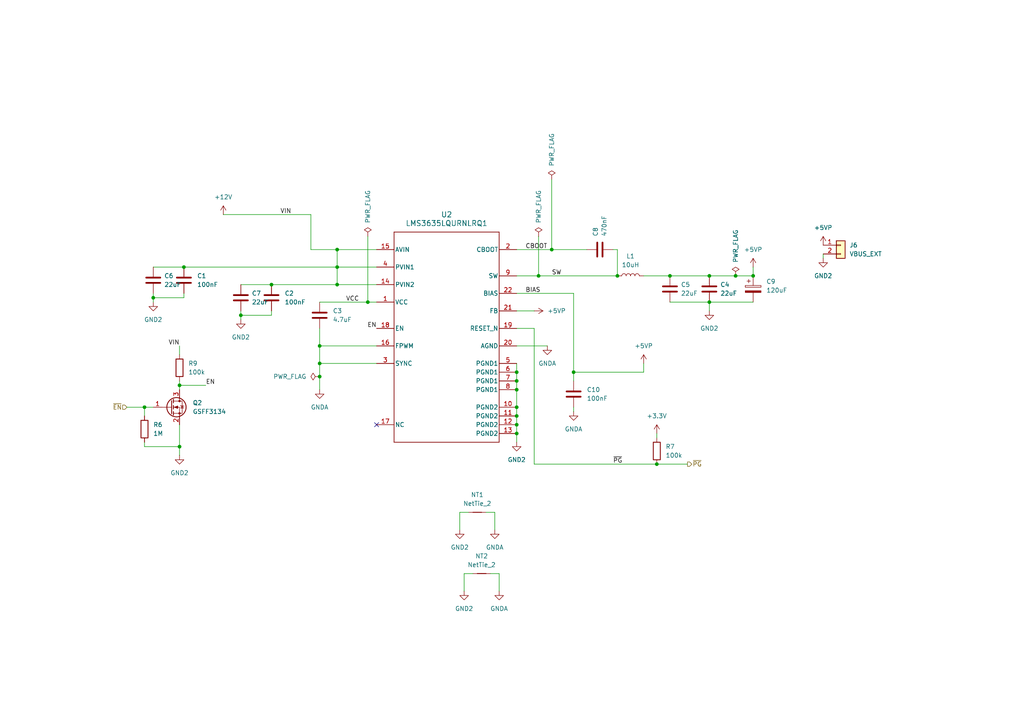
<source format=kicad_sch>
(kicad_sch (version 20231120) (generator "eeschema") (generator_version "8.0")
  (paper "A4")
  (title_block (title "Effective Range RelayDevice2: Power  Supply") (date "2025-03-12") (rev "v1.0.0") (company "Effective Range Kft") (comment 1 "visit https://creativecommons.org/licenses/by/4.0/") (comment 2 "is licensed under CC BY 4.0. To view a copy of this license,") (comment 3 "License: MrHAT © 2024 by Ferenc Nandor Janky & Attila Gombos") (comment 4 "Design Engineer: Ferenc Janky"))
  (lib_symbols
    (symbol "Connector_Generic:Conn_01x02" (pin_names (offset 1.016) hide)
      (property "Reference" "J" (at 0 2.54 0))
      (property "Value" "Conn_01x02" (at 0 -5.08 0))
      (symbol "Conn_01x02_1_1"
        (rectangle (start -1.27 -2.413) (end 0 -2.667) (stroke (width 0.1524)))
        (rectangle (start -1.27 0.127) (end 0 -0.127) (stroke (width 0.1524)))
        (rectangle (start -1.27 1.27) (end 1.27 -3.81) (stroke (width 0.254)) (fill (type background)))
        (pin passive line (at -5.08 0 0) (length 3.81) (name "Pin_1") (number "1"))
        (pin passive line (at -5.08 -2.54 0) (length 3.81) (name "Pin_2") (number "2"))
      )
    )
    (symbol "Device:C" (pin_numbers hide) (pin_names (offset 0.254))
      (property "Reference" "C" (at 0.635 2.54 0))
      (property "Value" "C" (at 0.635 -2.54 0))
      (symbol "C_0_1"
        (polyline (pts (xy -2.032 -0.762) (xy 2.032 -0.762)) (stroke (width 0.508)))
        (polyline (pts (xy -2.032 0.762) (xy 2.032 0.762)) (stroke (width 0.508)))
      )
      (symbol "C_1_1"
        (pin passive line (at 0 3.81 270) (length 2.794) (name "~") (number "1"))
        (pin passive line (at 0 -3.81 90) (length 2.794) (name "~") (number "2"))
      )
    )
    (symbol "Device:C_Polarized" (pin_numbers hide) (pin_names (offset 0.254))
      (property "Reference" "C" (at 0.635 2.54 0))
      (property "Value" "C_Polarized" (at 0.635 -2.54 0))
      (symbol "C_Polarized_0_1"
        (rectangle (start -2.286 0.508) (end 2.286 1.016))
        (polyline (pts (xy -1.778 2.286) (xy -0.762 2.286)))
        (polyline (pts (xy -1.27 2.794) (xy -1.27 1.778)))
        (rectangle (start 2.286 -0.508) (end -2.286 -1.016) (fill (type outline)))
      )
      (symbol "C_Polarized_1_1"
        (pin passive line (at 0 3.81 270) (length 2.794) (name "~") (number "1"))
        (pin passive line (at 0 -3.81 90) (length 2.794) (name "~") (number "2"))
      )
    )
    (symbol "Device:L" (pin_numbers hide) (pin_names (offset 1.016) hide)
      (property "Reference" "L" (at -1.27 0 90))
      (property "Value" "L" (at 1.905 0 90))
      (symbol "L_0_1"
        (arc (start 0 -2.54) (mid 0.6323 -1.905) (end 0 -1.27))
        (arc (start 0 -1.27) (mid 0.6323 -0.635) (end 0 0))
        (arc (start 0 0) (mid 0.6323 0.635) (end 0 1.27))
        (arc (start 0 1.27) (mid 0.6323 1.905) (end 0 2.54))
      )
      (symbol "L_1_1"
        (pin passive line (at 0 3.81 270) (length 1.27) (name "1") (number "1"))
        (pin passive line (at 0 -3.81 90) (length 1.27) (name "2") (number "2"))
      )
    )
    (symbol "Device:NetTie_2" (pin_numbers hide) (pin_names (offset 0) hide) (in_bom no)
      (property "Reference" "NT" (at 0 1.27 0))
      (property "Value" "NetTie_2" (at 0 -1.27 0))
      (symbol "NetTie_2_0_1"
        (polyline (pts (xy -1.27 0) (xy 1.27 0)) (stroke (width 0.254)))
      )
      (symbol "NetTie_2_1_1"
        (pin passive line (at -2.54 0 0) (length 2.54) (name "1") (number "1"))
        (pin passive line (at 2.54 0 180) (length 2.54) (name "2") (number "2"))
      )
    )
    (symbol "Device:R" (pin_numbers hide) (pin_names (offset 0))
      (property "Reference" "R" (at 2.032 0 90))
      (property "Value" "R" (at 0 0 90))
      (symbol "R_0_1"
        (rectangle (start -1.016 -2.54) (end 1.016 2.54) (stroke (width 0.254)))
      )
      (symbol "R_1_1"
        (pin passive line (at 0 3.81 270) (length 1.27) (name "~") (number "1"))
        (pin passive line (at 0 -3.81 90) (length 1.27) (name "~") (number "2"))
      )
    )
    (symbol "Transistor_FET:2N7002" (pin_names hide)
      (property "Reference" "Q" (at 5.08 1.905 0))
      (property "Value" "2N7002" (at 5.08 0 0))
      (symbol "2N7002_0_1"
        (polyline (pts (xy 0.254 0) (xy -2.54 0)))
        (polyline (pts (xy 0.254 1.905) (xy 0.254 -1.905)) (stroke (width 0.254)))
        (polyline (pts (xy 0.762 -1.27) (xy 0.762 -2.286)) (stroke (width 0.254)))
        (polyline (pts (xy 0.762 0.508) (xy 0.762 -0.508)) (stroke (width 0.254)))
        (polyline (pts (xy 0.762 2.286) (xy 0.762 1.27)) (stroke (width 0.254)))
        (polyline (pts (xy 2.54 2.54) (xy 2.54 1.778)))
        (polyline (pts (xy 2.54 -2.54) (xy 2.54 0) (xy 0.762 0)))
        (polyline (pts (xy 0.762 -1.778) (xy 3.302 -1.778) (xy 3.302 1.778) (xy 0.762 1.778)))
        (polyline (pts (xy 1.016 0) (xy 2.032 0.381) (xy 2.032 -0.381) (xy 1.016 0)) (fill (type outline)))
        (polyline (pts (xy 2.794 0.508) (xy 2.921 0.381) (xy 3.683 0.381) (xy 3.81 0.254)))
        (polyline (pts (xy 3.302 0.381) (xy 2.921 -0.254) (xy 3.683 -0.254) (xy 3.302 0.381)))
        (circle (center 1.651 0) (radius 2.794) (stroke (width 0.254)))
        (circle (center 2.54 -1.778) (radius 0.254) (fill (type outline)))
        (circle (center 2.54 1.778) (radius 0.254) (fill (type outline)))
      )
      (symbol "2N7002_1_1"
        (pin input line (at -5.08 0 0) (length 2.54) (name "G") (number "1"))
        (pin passive line (at 2.54 -5.08 90) (length 2.54) (name "S") (number "2"))
        (pin passive line (at 2.54 5.08 270) (length 2.54) (name "D") (number "3"))
      )
    )
    (symbol "power:+12V" (power) (pin_numbers hide) (pin_names (offset 0) hide)
      (property "Value" "+12V" (at 0 3.556 0))
      (symbol "+12V_0_1"
        (polyline (pts (xy -0.762 1.27) (xy 0 2.54)))
        (polyline (pts (xy 0 0) (xy 0 2.54)))
        (polyline (pts (xy 0 2.54) (xy 0.762 1.27)))
      )
      (symbol "+12V_1_1"
        (pin power_in line (at 0 0 90) (length 0) (name "~") (number "1"))
      )
    )
    (symbol "power:+3.3V" (power) (pin_numbers hide) (pin_names (offset 0) hide)
      (property "Value" "+3.3V" (at 0 3.556 0))
      (symbol "+3.3V_0_1"
        (polyline (pts (xy -0.762 1.27) (xy 0 2.54)))
        (polyline (pts (xy 0 0) (xy 0 2.54)))
        (polyline (pts (xy 0 2.54) (xy 0.762 1.27)))
      )
      (symbol "+3.3V_1_1"
        (pin power_in line (at 0 0 90) (length 0) (name "~") (number "1"))
      )
    )
    (symbol "power:+5VP" (power) (pin_numbers hide) (pin_names (offset 0) hide)
      (property "Value" "+5VP" (at 0 3.556 0))
      (symbol "+5VP_0_1"
        (polyline (pts (xy -0.762 1.27) (xy 0 2.54)))
        (polyline (pts (xy 0 0) (xy 0 2.54)))
        (polyline (pts (xy 0 2.54) (xy 0.762 1.27)))
      )
      (symbol "+5VP_1_1"
        (pin power_in line (at 0 0 90) (length 0) (name "~") (number "1"))
      )
    )
    (symbol "power:GND2" (power) (pin_numbers hide) (pin_names (offset 0) hide)
      (property "Value" "GND2" (at 0 -3.81 0))
      (symbol "GND2_0_1"
        (polyline (pts (xy 0 0) (xy 0 -1.27) (xy 1.27 -1.27) (xy 0 -2.54) (xy -1.27 -1.27) (xy 0 -1.27)))
      )
      (symbol "GND2_1_1"
        (pin power_in line (at 0 0 270) (length 0) (name "~") (number "1"))
      )
    )
    (symbol "power:GNDA" (power) (pin_numbers hide) (pin_names (offset 0) hide)
      (property "Value" "GNDA" (at 0 -3.81 0))
      (symbol "GNDA_0_1"
        (polyline (pts (xy 0 0) (xy 0 -1.27) (xy 1.27 -1.27) (xy 0 -2.54) (xy -1.27 -1.27) (xy 0 -1.27)))
      )
      (symbol "GNDA_1_1"
        (pin power_in line (at 0 0 270) (length 0) (name "~") (number "1"))
      )
    )
    (symbol "power:PWR_FLAG" (power) (pin_numbers hide) (pin_names (offset 0) hide)
      (property "Value" "PWR_FLAG" (at 0 3.81 0))
      (symbol "PWR_FLAG_0_0"
        (pin power_out line (at 0 0 90) (length 0) (name "~") (number "1"))
      )
      (symbol "PWR_FLAG_0_1"
        (polyline (pts (xy 0 0) (xy 0 1.27) (xy -1.016 1.905) (xy 0 2.54) (xy 1.016 1.905) (xy 0 1.27)))
      )
    )
    (symbol "relay:LMS3635LQURNLRQ1" (pin_names (offset 0.254))
      (property "Reference" "U" (at 0 2.54 0))
      (property "Value" "LMS3635LQURNLRQ1" (at 0 0 0))
      (symbol "LMS3635LQURNLRQ1_0_1"
        (polyline (pts (xy -15.24 -30.48) (xy 15.24 -30.48)) (stroke (width 0.2032)))
        (polyline (pts (xy -15.24 30.48) (xy -15.24 -30.48)) (stroke (width 0.2032)))
        (polyline (pts (xy 15.24 -30.48) (xy 15.24 30.48)) (stroke (width 0.2032)))
        (polyline (pts (xy 15.24 30.48) (xy -15.24 30.48)) (stroke (width 0.2032)))
        (pin power_in line (at -20.32 10.16 0) (length 5.08) (name "VCC") (number "1"))
        (pin power_in line (at 20.32 -20.32 180) (length 5.08) (name "PGND2") (number "10"))
        (pin power_in line (at 20.32 -22.86 180) (length 5.08) (name "PGND2") (number "11"))
        (pin power_in line (at 20.32 -25.4 180) (length 5.08) (name "PGND2") (number "12"))
        (pin power_in line (at 20.32 -27.94 180) (length 5.08) (name "PGND2") (number "13"))
        (pin power_in line (at -20.32 15.24 0) (length 5.08) (name "PVIN2") (number "14"))
        (pin power_in line (at -20.32 25.4 0) (length 5.08) (name "AVIN") (number "15"))
        (pin input line (at -20.32 -2.54 0) (length 5.08) (name "FPWM") (number "16"))
        (pin unspecified line (at -20.32 -25.4 0) (length 5.08) (name "NC") (number "17"))
        (pin input line (at -20.32 2.54 0) (length 5.08) (name "EN") (number "18"))
        (pin open_collector line (at 20.32 2.54 180) (length 5.08) (name "RESET_N") (number "19"))
        (pin power_in line (at 20.32 25.4 180) (length 5.08) (name "CBOOT") (number "2"))
        (pin power_in line (at 20.32 -2.54 180) (length 5.08) (name "AGND") (number "20"))
        (pin input line (at 20.32 7.62 180) (length 5.08) (name "FB") (number "21"))
        (pin power_in line (at 20.32 12.7 180) (length 5.08) (name "BIAS") (number "22"))
        (pin input line (at -20.32 -7.62 0) (length 5.08) (name "SYNC") (number "3"))
        (pin power_in line (at -20.32 20.32 0) (length 5.08) (name "PVIN1") (number "4"))
        (pin power_in line (at 20.32 -7.62 180) (length 5.08) (name "PGND1") (number "5"))
        (pin power_in line (at 20.32 -10.16 180) (length 5.08) (name "PGND1") (number "6"))
        (pin power_in line (at 20.32 -12.7 180) (length 5.08) (name "PGND1") (number "7"))
        (pin power_in line (at 20.32 -15.24 180) (length 5.08) (name "PGND1") (number "8"))
        (pin power_in line (at 20.32 17.78 180) (length 5.08) (name "SW") (number "9"))
      )
    )
  )
  (junction (at 97.79 77.47))
  (junction (at 149.86 120.65))
  (junction (at 149.86 110.49))
  (junction (at 179.07 80.01))
  (junction (at 97.79 82.55))
  (junction (at 52.07 111.76))
  (junction (at 92.71 109.22))
  (junction (at 97.79 72.39))
  (junction (at 149.86 123.19))
  (junction (at 41.91 118.11))
  (junction (at 106.68 87.63))
  (junction (at 78.74 82.55))
  (junction (at 149.86 107.95))
  (junction (at 194.31 80.01))
  (junction (at 69.85 91.44))
  (junction (at 156.21 80.01))
  (junction (at 190.5 134.62))
  (junction (at 160.02 72.39))
  (junction (at 149.86 125.73))
  (junction (at 205.74 80.01))
  (junction (at 92.71 105.41))
  (junction (at 166.37 107.95))
  (junction (at 213.36 80.01))
  (junction (at 205.74 87.63))
  (junction (at 44.45 86.36))
  (junction (at 218.44 80.01))
  (junction (at 92.71 100.33))
  (junction (at 149.86 118.11))
  (junction (at 53.34 77.47))
  (junction (at 149.86 113.03))
  (junction (at 52.07 129.54))
  (no_connect (at 109.22 123.19))
  (wire (pts (xy 149.86 120.65) (xy 149.86 123.19)))
  (wire (pts (xy 144.78 166.37) (xy 144.78 171.45)))
  (wire (pts (xy 64.77 62.23) (xy 90.17 62.23)))
  (wire (pts (xy 78.74 91.44) (xy 78.74 90.17)))
  (wire (pts (xy 166.37 85.09) (xy 166.37 107.95)))
  (wire (pts (xy 52.07 110.49) (xy 52.07 111.76)))
  (wire (pts (xy 134.62 166.37) (xy 137.16 166.37)))
  (wire (pts (xy 53.34 85.09) (xy 53.34 86.36)))
  (wire (pts (xy 97.79 77.47) (xy 53.34 77.47)))
  (wire (pts (xy 78.74 82.55) (xy 97.79 82.55)))
  (wire (pts (xy 186.69 107.95) (xy 186.69 105.41)))
  (wire (pts (xy 149.86 123.19) (xy 149.86 125.73)))
  (wire (pts (xy 166.37 107.95) (xy 166.37 110.49)))
  (wire (pts (xy 97.79 72.39) (xy 109.22 72.39)))
  (wire (pts (xy 41.91 118.11) (xy 44.45 118.11)))
  (wire (pts (xy 149.86 118.11) (xy 149.86 120.65)))
  (wire (pts (xy 149.86 113.03) (xy 149.86 118.11)))
  (wire (pts (xy 109.22 77.47) (xy 97.79 77.47)))
  (wire (pts (xy 177.8 72.39) (xy 179.07 72.39)))
  (wire (pts (xy 134.62 166.37) (xy 134.62 171.45)))
  (wire (pts (xy 149.86 105.41) (xy 149.86 107.95)))
  (wire (pts (xy 160.02 52.07) (xy 160.02 72.39)))
  (wire (pts (xy 36.83 118.11) (xy 41.91 118.11)))
  (wire (pts (xy 69.85 90.17) (xy 69.85 91.44)))
  (wire (pts (xy 69.85 92.71) (xy 69.85 91.44)))
  (wire (pts (xy 149.86 95.25) (xy 154.94 95.25)))
  (wire (pts (xy 92.71 113.03) (xy 92.71 109.22)))
  (wire (pts (xy 149.86 72.39) (xy 160.02 72.39)))
  (wire (pts (xy 133.35 148.59) (xy 135.89 148.59)))
  (wire (pts (xy 92.71 87.63) (xy 106.68 87.63)))
  (wire (pts (xy 179.07 72.39) (xy 179.07 80.01)))
  (wire (pts (xy 69.85 91.44) (xy 78.74 91.44)))
  (wire (pts (xy 156.21 68.58) (xy 156.21 80.01)))
  (wire (pts (xy 133.35 148.59) (xy 133.35 153.67)))
  (wire (pts (xy 97.79 77.47) (xy 97.79 82.55)))
  (wire (pts (xy 140.97 148.59) (xy 143.51 148.59)))
  (wire (pts (xy 205.74 87.63) (xy 218.44 87.63)))
  (wire (pts (xy 156.21 80.01) (xy 179.07 80.01)))
  (wire (pts (xy 143.51 148.59) (xy 143.51 153.67)))
  (wire (pts (xy 97.79 82.55) (xy 109.22 82.55)))
  (wire (pts (xy 149.86 90.17) (xy 154.94 90.17)))
  (wire (pts (xy 149.86 125.73) (xy 149.86 128.27)))
  (wire (pts (xy 92.71 100.33) (xy 109.22 100.33)))
  (wire (pts (xy 52.07 100.33) (xy 52.07 102.87)))
  (wire (pts (xy 154.94 95.25) (xy 154.94 134.62)))
  (wire (pts (xy 218.44 77.47) (xy 218.44 80.01)))
  (wire (pts (xy 149.86 107.95) (xy 149.86 110.49)))
  (wire (pts (xy 194.31 87.63) (xy 205.74 87.63)))
  (wire (pts (xy 205.74 87.63) (xy 205.74 90.17)))
  (wire (pts (xy 52.07 123.19) (xy 52.07 129.54)))
  (wire (pts (xy 53.34 86.36) (xy 44.45 86.36)))
  (wire (pts (xy 149.86 85.09) (xy 166.37 85.09)))
  (wire (pts (xy 190.5 125.73) (xy 190.5 127)))
  (wire (pts (xy 90.17 62.23) (xy 90.17 72.39)))
  (wire (pts (xy 44.45 85.09) (xy 44.45 86.36)))
  (wire (pts (xy 149.86 80.01) (xy 156.21 80.01)))
  (wire (pts (xy 194.31 80.01) (xy 205.74 80.01)))
  (wire (pts (xy 158.75 100.33) (xy 149.86 100.33)))
  (wire (pts (xy 52.07 111.76) (xy 52.07 113.03)))
  (wire (pts (xy 154.94 134.62) (xy 190.5 134.62)))
  (wire (pts (xy 97.79 72.39) (xy 97.79 77.47)))
  (wire (pts (xy 205.74 80.01) (xy 213.36 80.01)))
  (wire (pts (xy 186.69 80.01) (xy 194.31 80.01)))
  (wire (pts (xy 41.91 128.27) (xy 41.91 129.54)))
  (wire (pts (xy 90.17 72.39) (xy 97.79 72.39)))
  (wire (pts (xy 142.24 166.37) (xy 144.78 166.37)))
  (wire (pts (xy 166.37 107.95) (xy 186.69 107.95)))
  (wire (pts (xy 44.45 86.36) (xy 44.45 87.63)))
  (wire (pts (xy 92.71 109.22) (xy 92.71 105.41)))
  (wire (pts (xy 149.86 110.49) (xy 149.86 113.03)))
  (wire (pts (xy 238.76 73.66) (xy 238.76 74.93)))
  (wire (pts (xy 106.68 87.63) (xy 109.22 87.63)))
  (wire (pts (xy 106.68 68.58) (xy 106.68 87.63)))
  (wire (pts (xy 190.5 134.62) (xy 199.39 134.62)))
  (wire (pts (xy 69.85 82.55) (xy 78.74 82.55)))
  (wire (pts (xy 92.71 105.41) (xy 109.22 105.41)))
  (wire (pts (xy 52.07 129.54) (xy 52.07 132.08)))
  (wire (pts (xy 52.07 111.76) (xy 59.69 111.76)))
  (wire (pts (xy 160.02 72.39) (xy 170.18 72.39)))
  (wire (pts (xy 41.91 118.11) (xy 41.91 120.65)))
  (wire (pts (xy 166.37 118.11) (xy 166.37 119.38)))
  (wire (pts (xy 92.71 105.41) (xy 92.71 100.33)))
  (wire (pts (xy 213.36 80.01) (xy 218.44 80.01)))
  (wire (pts (xy 44.45 77.47) (xy 53.34 77.47)))
  (wire (pts (xy 41.91 129.54) (xy 52.07 129.54)))
  (wire (pts (xy 92.71 100.33) (xy 92.71 95.25)))
  (label "EN" (at 109.22 95.25 180))
  (label "BIAS" (at 152.4 85.09 0))
  (label "VCC" (at 100.33 87.63 0))
  (label "CBOOT" (at 152.4 72.39 0))
  (label "VIN" (at 52.07 100.33 180))
  (label "~{PG}" (at 177.8 134.62 0))
  (label "SW" (at 160.02 80.01 0))
  (label "EN" (at 59.69 111.76 0))
  (label "VIN" (at 81.28 62.23 0))
  (hierarchical_label "~{PG}" (shape output) (at 199.39 134.62 0))
  (hierarchical_label "~{EN}" (shape input) (at 36.83 118.11 180))
  (symbol (lib_id "power:PWR_FLAG") (at 92.71 109.22 90) (unit 1)
    (property "Reference" "#FLG04" (effects (hide yes)))
    (property "Value" "PWR_FLAG" (at 88.9 109.2199 90) (effects (justify left)))
    (property "Description" "Special symbol for telling ERC where power comes from" (effects (hide yes)))
  )
  (symbol (lib_id "power:+5VP") (at 238.76 71.12 0) (unit 1)
    (property "Reference" "#PWR029" (effects (hide yes)))
    (property "Value" "+5VP" (at 238.76 66.04 0))
    (property "Description" "Power symbol creates a global label with name \"+5VP\"" (effects (hide yes)))
  )
  (symbol (lib_id "Device:C") (at 53.34 81.28 0) (unit 1)
    (property "Reference" "C1" (at 57.15 80.01 0) (effects (justify left)))
    (property "Value" "100nF" (at 57.15 82.55 0) (effects (justify left)))
    (property "Footprint" "Capacitor_SMD:C_0402_1005Metric" (effects (hide yes)))
    (property "Description" "Unpolarized capacitor" (effects (hide yes)))
    (property "MPN" "GRM155R71E104KE14J" (effects (hide yes)))
    (property "Manufacturer" "Murata Electronics" (effects (hide yes)))
    (property "SupplierLink" "https://www.digikey.hu/en/products/detail/murata-electronics/GRM188R72A104KA35D/702549" (effects (hide yes)))
  )
  (symbol (lib_id "Device:C") (at 166.37 114.3 0) (unit 1)
    (property "Reference" "C10" (at 170.18 113.03 0) (effects (justify left)))
    (property "Value" "100nF" (at 170.18 115.57 0) (effects (justify left)))
    (property "Footprint" "Capacitor_SMD:C_0402_1005Metric" (effects (hide yes)))
    (property "Description" "Unpolarized capacitor" (effects (hide yes)))
    (property "MPN" "GRM155R71E104KE14J" (effects (hide yes)))
    (property "Manufacturer" "Murata Electronics" (effects (hide yes)))
    (property "SupplierLink" "https://www.digikey.hu/en/products/detail/murata-electronics/GRM188R72A104KA35D/702549" (effects (hide yes)))
  )
  (symbol (lib_id "power:GNDA") (at 166.37 119.38 0) (unit 1)
    (property "Reference" "#PWR033" (effects (hide yes)))
    (property "Value" "GNDA" (at 166.37 124.46 0))
    (property "Description" "Power symbol creates a global label with name \"GNDA\" , analog ground" (effects (hide yes)))
  )
  (symbol (lib_id "power:GND2") (at 134.62 171.45 0) (unit 1)
    (property "Reference" "#PWR039" (effects (hide yes)))
    (property "Value" "GND2" (at 134.62 176.53 0))
    (property "Description" "Power symbol creates a global label with name \"GND2\" , ground" (effects (hide yes)))
  )
  (symbol (lib_id "power:GNDA") (at 143.51 153.67 0) (unit 1)
    (property "Reference" "#PWR032" (effects (hide yes)))
    (property "Value" "GNDA" (at 143.51 158.75 0))
    (property "Description" "Power symbol creates a global label with name \"GNDA\" , analog ground" (effects (hide yes)))
  )
  (symbol (lib_id "power:GND2") (at 238.76 74.93 0) (unit 1)
    (property "Reference" "#PWR025" (effects (hide yes)))
    (property "Value" "GND2" (at 238.76 80.01 0))
    (property "Description" "Power symbol creates a global label with name \"GND2\" , ground" (effects (hide yes)))
  )
  (symbol (lib_id "Device:C") (at 194.31 83.82 0) (unit 1)
    (property "Reference" "C5" (at 197.485 82.55 0) (effects (justify left)))
    (property "Value" "22uF" (at 197.485 85.09 0) (effects (justify left)))
    (property "Footprint" "Capacitor_SMD:C_0805_2012Metric" (effects (hide yes)))
    (property "Description" "Unpolarized capacitor" (effects (hide yes)))
    (property "MPN" "GRM21BR61E226ME44K" (effects (hide yes)))
    (property "Manufacturer" "Murata Electronics" (effects (hide yes)))
    (property "SupplierLink" "https://www.digikey.hu/en/products/detail/murata-electronics/GRM21BR61E226ME44K/4905534" (effects (hide yes)))
  )
  (symbol (lib_id "power:GND2") (at 149.86 128.27 0) (unit 1)
    (property "Reference" "#PWR012" (effects (hide yes)))
    (property "Value" "GND2" (at 149.86 133.35 0))
    (property "Description" "Power symbol creates a global label with name \"GND2\" , ground" (effects (hide yes)))
  )
  (symbol (lib_id "Device:C") (at 92.71 91.44 0) (unit 1)
    (property "Reference" "C3" (at 96.52 90.17 0) (effects (justify left)))
    (property "Value" "4.7uF" (at 96.52 92.71 0) (effects (justify left)))
    (property "Footprint" "Capacitor_SMD:C_0603_1608Metric" (effects (hide yes)))
    (property "Description" "Unpolarized capacitor" (effects (hide yes)))
    (property "MPN" "GRM188R6YA475KE15D" (effects (hide yes)))
    (property "Manufacturer" "Murata Electronics" (effects (hide yes)))
    (property "SupplierLink" "https://www.digikey.com/en/products/detail/murata-electronics/GRM188R6YA475KE15D/3900468" (effects (hide yes)))
  )
  (symbol (lib_id "Transistor_FET:2N7002") (at 49.53 118.11 0) (unit 1)
    (property "Reference" "Q2" (at 55.88 116.8399 0) (effects (justify left)))
    (property "Value" "GSFF3134" (at 55.88 119.3799 0) (effects (justify left)))
    (property "Footprint" "Package_TO_SOT_SMD:SOT-723" (effects (hide yes)))
    (property "Datasheet" "https://www.onsemi.com/pub/Collateral/NDS7002A-D.PDF" (effects (hide yes)))
    (property "Description" "0.115A Id, 60V Vds, N-Channel MOSFET, SOT-23" (effects (hide yes)))
    (property "MPN" "GSFF3134" (effects (hide yes)))
    (property "Manufacturer" "Good-Ark Semiconductor" (effects (hide yes)))
    (property "SupplierLink" "https://www.digikey.hu/en/products/detail/good-ark-semiconductor/GSFF3134/24613092" (effects (hide yes)))
  )
  (symbol (lib_id "Device:C") (at 205.74 83.82 0) (unit 1)
    (property "Reference" "C4" (at 208.915 82.55 0) (effects (justify left)))
    (property "Value" "22uF" (at 208.915 85.09 0) (effects (justify left)))
    (property "Footprint" "Capacitor_SMD:C_0805_2012Metric" (effects (hide yes)))
    (property "Description" "Unpolarized capacitor" (effects (hide yes)))
    (property "MPN" "GRM21BR61E226ME44K" (effects (hide yes)))
    (property "Manufacturer" "Murata Electronics" (effects (hide yes)))
    (property "SupplierLink" "https://www.digikey.hu/en/products/detail/murata-electronics/GRM21BR61E226ME44K/4905534" (effects (hide yes)))
  )
  (symbol (lib_id "power:GND2") (at 69.85 92.71 0) (unit 1)
    (property "Reference" "#PWR014" (effects (hide yes)))
    (property "Value" "GND2" (at 69.85 97.79 0))
    (property "Description" "Power symbol creates a global label with name \"GND2\" , ground" (effects (hide yes)))
  )
  (symbol (lib_id "Device:C") (at 69.85 86.36 0) (unit 1)
    (property "Reference" "C7" (at 73.025 85.09 0) (effects (justify left)))
    (property "Value" "22uF" (at 73.025 87.63 0) (effects (justify left)))
    (property "Footprint" "Capacitor_SMD:C_0805_2012Metric" (effects (hide yes)))
    (property "Description" "Unpolarized capacitor" (effects (hide yes)))
    (property "MPN" "GRM21BR61E226ME44K" (effects (hide yes)))
    (property "Manufacturer" "Murata Electronics" (effects (hide yes)))
    (property "SupplierLink" "https://www.digikey.hu/en/products/detail/murata-electronics/GRM21BR61E226ME44K/4905534" (effects (hide yes)))
  )
  (symbol (lib_id "Device:R") (at 52.07 106.68 0) (unit 1)
    (property "Reference" "R9" (at 54.61 105.41 0) (effects (justify left)))
    (property "Value" "100k" (at 54.61 107.95 0) (effects (justify left)))
    (property "Footprint" "Resistor_SMD:R_0402_1005Metric" (effects (hide yes)))
    (property "Description" "Resistor" (effects (hide yes)))
    (property "MPN" "ERJ-2GEJ104X" (effects (hide yes)))
    (property "Manufacturer" "Panasonic Electronic Components" (effects (hide yes)))
    (property "SupplierLink" "https://www.digikey.hu/en/products/detail/panasonic-electronic-components/ERJ-2GEJ103X/146735" (effects (hide yes)))
  )
  (symbol (lib_id "relay:LMS3635LQURNLRQ1") (at 129.54 97.79 0) (unit 1)
    (property "Reference" "U2" (at 129.54 62.23 0) (effects (font (size 1.524 1.524))))
    (property "Value" "LMS3635LQURNLRQ1" (at 129.54 64.77 0) (effects (font (size 1.524 1.524))))
    (property "Footprint" "relay:RNL0022A_NV" (effects (hide yes)))
    (property "Datasheet" "LMS3635LQURNLRQ1" (effects (hide yes)))
    (property "MPN" "LMS3635LQURNLRQ1" (effects (hide yes)))
    (property "Manufacturer" "Texas Instruments" (effects (hide yes)))
    (property "SupplierLink" "https://www.digikey.com/en/products/detail/texas-instruments/LMS3635LQURNLRQ1/15295760?s=N4IgTCBcDaIDIFkDKBmAbCgrHAigVQCUA5OAnARhAF0BfIA" (effects (hide yes)))
  )
  (symbol (lib_id "power:GNDA") (at 92.71 113.03 0) (unit 1)
    (property "Reference" "#PWR011" (effects (hide yes)))
    (property "Value" "GNDA" (at 92.71 118.11 0))
    (property "Description" "Power symbol creates a global label with name \"GNDA\" , analog ground" (effects (hide yes)))
  )
  (symbol (lib_id "Device:C") (at 173.99 72.39 90) (unit 1)
    (property "Reference" "C8" (at 172.72 68.58 0) (effects (justify left)))
    (property "Value" "470nF" (at 175.26 68.58 0) (effects (justify left)))
    (property "Footprint" "Capacitor_SMD:C_0402_1005Metric" (effects (hide yes)))
    (property "Description" "Unpolarized capacitor" (effects (hide yes)))
    (property "MPN" "GRM155R71E104KE14J" (effects (hide yes)))
    (property "Manufacturer" "Murata Electronics" (effects (hide yes)))
    (property "SupplierLink" "https://www.digikey.hu/en/products/detail/murata-electronics/GRM188R72A104KA35D/702549" (effects (hide yes)))
  )
  (symbol (lib_id "power:+5VP") (at 218.44 77.47 0) (unit 1)
    (property "Reference" "#PWR010" (effects (hide yes)))
    (property "Value" "+5VP" (at 218.44 72.39 0))
    (property "Description" "Power symbol creates a global label with name \"+5VP\"" (effects (hide yes)))
  )
  (symbol (lib_id "power:+3.3V") (at 190.5 125.73 0) (unit 1)
    (property "Reference" "#PWR021" (effects (hide yes)))
    (property "Value" "+3.3V" (at 190.5 120.65 0))
    (property "Description" "Power symbol creates a global label with name \"+3.3V\"" (effects (hide yes)))
  )
  (symbol (lib_id "power:PWR_FLAG") (at 213.36 80.01 0) (unit 1)
    (property "Reference" "#FLG08" (effects (hide yes)))
    (property "Value" "PWR_FLAG" (at 213.3601 76.2 90) (effects (justify left)))
    (property "Description" "Special symbol for telling ERC where power comes from" (effects (hide yes)))
  )
  (symbol (lib_id "power:PWR_FLAG") (at 160.02 52.07 0) (unit 1)
    (property "Reference" "#FLG07" (effects (hide yes)))
    (property "Value" "PWR_FLAG" (at 160.0201 48.26 90) (effects (justify left)))
    (property "Description" "Special symbol for telling ERC where power comes from" (effects (hide yes)))
  )
  (symbol (lib_id "power:+5VP") (at 154.94 90.17 270) (unit 1)
    (property "Reference" "#PWR018" (effects (hide yes)))
    (property "Value" "+5VP" (at 158.75 90.1699 90) (effects (justify left)))
    (property "Description" "Power symbol creates a global label with name \"+5VP\"" (effects (hide yes)))
  )
  (symbol (lib_id "Device:L") (at 182.88 80.01 90) (unit 1)
    (property "Reference" "L1" (at 182.88 74.295 90))
    (property "Value" "10uH" (at 182.88 76.835 90))
    (property "Footprint" "relay:WE_7447709100" (effects (hide yes)))
    (property "Description" "Inductor" (effects (hide yes)))
    (property "MPN" "7447709100" (effects (hide yes)))
    (property "Manufacturer" "Würth Elektronik" (effects (hide yes)))
    (property "SupplierLink" "https://www.digikey.com/en/products/detail/w%C3%BCrth-elektronik/7447709100/1638646?s=N4IgTCBcDaIOwBYFzgBgJwEZWpAXQF8g" (effects (hide yes)))
  )
  (symbol (lib_id "Device:NetTie_2") (at 138.43 148.59 0) (unit 1) (in_bom no)
    (property "Reference" "NT1" (at 138.43 143.51 0))
    (property "Value" "NetTie_2" (at 138.43 146.05 0))
    (property "Footprint" "NetTie:NetTie-2_SMD_Pad0.5mm" (effects (hide yes)))
    (property "Description" "Net tie, 2 pins" (effects (hide yes)))
  )
  (symbol (lib_id "power:PWR_FLAG") (at 106.68 68.58 0) (unit 1)
    (property "Reference" "#FLG010" (effects (hide yes)))
    (property "Value" "PWR_FLAG" (at 106.6801 64.77 90) (effects (justify left)))
    (property "Description" "Special symbol for telling ERC where power comes from" (effects (hide yes)))
  )
  (symbol (lib_id "Device:NetTie_2") (at 139.7 166.37 0) (unit 1) (in_bom no)
    (property "Reference" "NT2" (at 139.7 161.29 0))
    (property "Value" "NetTie_2" (at 139.7 163.83 0))
    (property "Footprint" "NetTie:NetTie-2_SMD_Pad0.5mm" (effects (hide yes)))
    (property "Description" "Net tie, 2 pins" (effects (hide yes)))
  )
  (symbol (lib_id "power:+5VP") (at 186.69 105.41 0) (unit 1)
    (property "Reference" "#PWR017" (effects (hide yes)))
    (property "Value" "+5VP" (at 186.69 100.33 0))
    (property "Description" "Power symbol creates a global label with name \"+5VP\"" (effects (hide yes)))
  )
  (symbol (lib_id "Device:R") (at 41.91 124.46 0) (unit 1)
    (property "Reference" "R6" (at 44.45 123.19 0) (effects (justify left)))
    (property "Value" "1M" (at 44.45 125.73 0) (effects (justify left)))
    (property "Footprint" "Resistor_SMD:R_0402_1005Metric" (effects (hide yes)))
    (property "Description" "Resistor" (effects (hide yes)))
    (property "Tolerance" "1%" (effects (hide yes)))
    (property "Power" "63mW" (effects (hide yes)))
    (property "MPN" "ERJ-2RKF1004X" (effects (hide yes)))
    (property "Manufacturer" "Panasonic Electronic Components" (effects (hide yes)))
    (property "SupplierLink" "https://www.digikey.hu/en/products/detail/panasonic-electronic-components/ERJ-2RKF1004X/79728" (effects (hide yes)))
  )
  (symbol (lib_id "power:GNDA") (at 144.78 171.45 0) (unit 1)
    (property "Reference" "#PWR040" (effects (hide yes)))
    (property "Value" "GNDA" (at 144.78 176.53 0))
    (property "Description" "Power symbol creates a global label with name \"GNDA\" , analog ground" (effects (hide yes)))
  )
  (symbol (lib_id "Device:C") (at 44.45 81.28 0) (unit 1)
    (property "Reference" "C6" (at 47.625 80.01 0) (effects (justify left)))
    (property "Value" "22uF" (at 47.625 82.55 0) (effects (justify left)))
    (property "Footprint" "Capacitor_SMD:C_0805_2012Metric" (effects (hide yes)))
    (property "Description" "Unpolarized capacitor" (effects (hide yes)))
    (property "MPN" "GRM21BR61E226ME44K" (effects (hide yes)))
    (property "Manufacturer" "Murata Electronics" (effects (hide yes)))
    (property "SupplierLink" "https://www.digikey.hu/en/products/detail/murata-electronics/GRM21BR61E226ME44K/4905534" (effects (hide yes)))
  )
  (symbol (lib_id "power:GND2") (at 44.45 87.63 0) (unit 1)
    (property "Reference" "#PWR013" (effects (hide yes)))
    (property "Value" "GND2" (at 44.45 92.71 0))
    (property "Description" "Power symbol creates a global label with name \"GND2\" , ground" (effects (hide yes)))
  )
  (symbol (lib_id "Device:C_Polarized") (at 218.44 83.82 0) (unit 1)
    (property "Reference" "C9" (at 222.25 81.6609 0) (effects (justify left)))
    (property "Value" "120uF" (at 222.25 84.2009 0) (effects (justify left)))
    (property "Footprint" "Capacitor_SMD:CP_Elec_6.3x5.9" (effects (hide yes)))
    (property "Description" "Polarized capacitor ESR=25 mOhm" (effects (hide yes)))
    (property "MPN" "APXG200ARA121MF61G" (effects (hide yes)))
  )
  (symbol (lib_id "power:+12V") (at 64.77 62.23 0) (unit 1)
    (property "Reference" "#PWR022" (effects (hide yes)))
    (property "Value" "+12V" (at 64.77 57.15 0))
    (property "Description" "Power symbol creates a global label with name \"+12V\"" (effects (hide yes)))
  )
  (symbol (lib_id "power:GND2") (at 205.74 90.17 0) (unit 1)
    (property "Reference" "#PWR016" (effects (hide yes)))
    (property "Value" "GND2" (at 205.74 95.25 0))
    (property "Description" "Power symbol creates a global label with name \"GND2\" , ground" (effects (hide yes)))
  )
  (symbol (lib_id "Device:R") (at 190.5 130.81 0) (unit 1)
    (property "Reference" "R7" (at 193.04 129.54 0) (effects (justify left)))
    (property "Value" "100k" (at 193.04 132.08 0) (effects (justify left)))
    (property "Footprint" "Resistor_SMD:R_0402_1005Metric" (effects (hide yes)))
    (property "Description" "Resistor" (effects (hide yes)))
    (property "MPN" "ERJ-2GEJ104X" (effects (hide yes)))
    (property "Manufacturer" "Panasonic Electronic Components" (effects (hide yes)))
    (property "SupplierLink" "https://www.digikey.hu/en/products/detail/panasonic-electronic-components/ERJ-2GEJ103X/146735" (effects (hide yes)))
  )
  (symbol (lib_id "power:PWR_FLAG") (at 156.21 68.58 0) (unit 1)
    (property "Reference" "#FLG09" (effects (hide yes)))
    (property "Value" "PWR_FLAG" (at 156.2101 64.77 90) (effects (justify left)))
    (property "Description" "Special symbol for telling ERC where power comes from" (effects (hide yes)))
  )
  (symbol (lib_id "power:GND2") (at 133.35 153.67 0) (unit 1)
    (property "Reference" "#PWR031" (effects (hide yes)))
    (property "Value" "GND2" (at 133.35 158.75 0))
    (property "Description" "Power symbol creates a global label with name \"GND2\" , ground" (effects (hide yes)))
  )
  (symbol (lib_id "power:GND2") (at 52.07 132.08 0) (unit 1)
    (property "Reference" "#PWR020" (effects (hide yes)))
    (property "Value" "GND2" (at 52.07 137.16 0))
    (property "Description" "Power symbol creates a global label with name \"GND2\" , ground" (effects (hide yes)))
  )
  (symbol (lib_id "Connector_Generic:Conn_01x02") (at 243.84 71.12 0) (unit 1)
    (property "Reference" "J6" (at 246.38 71.1199 0) (effects (justify left)))
    (property "Value" "VBUS_EXT" (at 246.38 73.6599 0) (effects (justify left)))
    (property "Footprint" "relay:CONN02_533750210_MOL" (effects (hide yes)))
    (property "Description" "Generic connector, single row, 01x02, script generated (kicad-library-utils/schlib/autogen/connector/)" (effects (hide yes)))
    (property "MPN" "533750210" (effects (hide yes)))
    (property "Manufacturer" "Molex" (effects (hide yes)))
    (property "SupplierLink" "https://www.digikey.hu/en/products/detail/molex/0533750210/2405348" (effects (hide yes)))
  )
  (symbol (lib_id "power:GNDA") (at 158.75 100.33 0) (unit 1)
    (property "Reference" "#PWR01" (effects (hide yes)))
    (property "Value" "GNDA" (at 158.75 105.41 0))
    (property "Description" "Power symbol creates a global label with name \"GNDA\" , analog ground" (effects (hide yes)))
  )
  (symbol (lib_id "Device:C") (at 78.74 86.36 0) (unit 1)
    (property "Reference" "C2" (at 82.55 85.09 0) (effects (justify left)))
    (property "Value" "100nF" (at 82.55 87.63 0) (effects (justify left)))
    (property "Footprint" "Capacitor_SMD:C_0402_1005Metric" (effects (hide yes)))
    (property "Description" "Unpolarized capacitor" (effects (hide yes)))
    (property "MPN" "GRM155R71E104KE14J" (effects (hide yes)))
    (property "Manufacturer" "Murata Electronics" (effects (hide yes)))
    (property "SupplierLink" "https://www.digikey.hu/en/products/detail/murata-electronics/GRM188R72A104KA35D/702549" (effects (hide yes)))
  )
)
</source>
